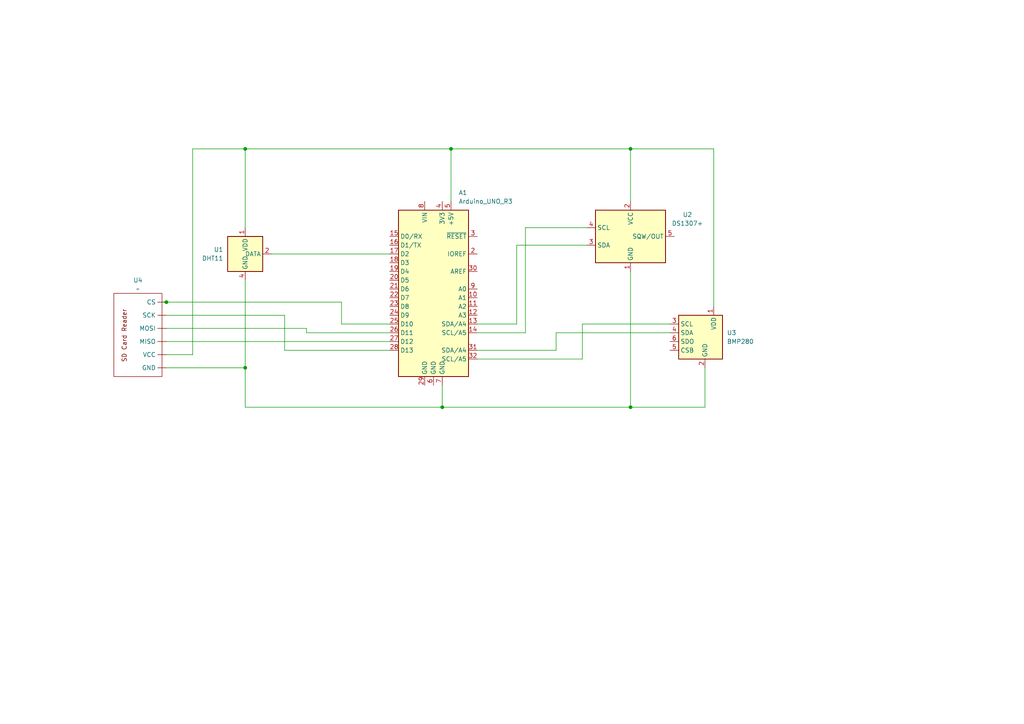
<source format=kicad_sch>
(kicad_sch (version 20231120) (generator "eeschema") (generator_version "8.0")
  (paper "A4")
  (lib_symbols
    (symbol "MCU_Module:Arduino_UNO_R3"
      (property "Reference" "A" (at -10.16 23.495 0))
      (property "Value" "Arduino_UNO_R3" (at 5.08 -26.67 0))
      (symbol "Arduino_UNO_R3_0_1"
        (rectangle (start -10.16 22.86) (end 10.16 -25.4) (stroke (width 0.254)) (fill (type background)))
      )
      (symbol "Arduino_UNO_R3_1_1"
        (pin no_connect line (at -10.16 -20.32 0) (length 2.54) hide (name "NC") (number "1"))
        (pin bidirectional line (at 12.7 -2.54 180) (length 2.54) (name "A1") (number "10"))
        (pin bidirectional line (at 12.7 -5.08 180) (length 2.54) (name "A2") (number "11"))
        (pin bidirectional line (at 12.7 -7.62 180) (length 2.54) (name "A3") (number "12"))
        (pin bidirectional line (at 12.7 -10.16 180) (length 2.54) (name "SDA/A4") (number "13"))
        (pin bidirectional line (at 12.7 -12.7 180) (length 2.54) (name "SCL/A5") (number "14"))
        (pin bidirectional line (at -12.7 15.24 0) (length 2.54) (name "D0/RX") (number "15"))
        (pin bidirectional line (at -12.7 12.7 0) (length 2.54) (name "D1/TX") (number "16"))
        (pin bidirectional line (at -12.7 10.16 0) (length 2.54) (name "D2") (number "17"))
        (pin bidirectional line (at -12.7 7.62 0) (length 2.54) (name "D3") (number "18"))
        (pin bidirectional line (at -12.7 5.08 0) (length 2.54) (name "D4") (number "19"))
        (pin output line (at 12.7 10.16 180) (length 2.54) (name "IOREF") (number "2"))
        (pin bidirectional line (at -12.7 2.54 0) (length 2.54) (name "D5") (number "20"))
        (pin bidirectional line (at -12.7 0 0) (length 2.54) (name "D6") (number "21"))
        (pin bidirectional line (at -12.7 -2.54 0) (length 2.54) (name "D7") (number "22"))
        (pin bidirectional line (at -12.7 -5.08 0) (length 2.54) (name "D8") (number "23"))
        (pin bidirectional line (at -12.7 -7.62 0) (length 2.54) (name "D9") (number "24"))
        (pin bidirectional line (at -12.7 -10.16 0) (length 2.54) (name "D10") (number "25"))
        (pin bidirectional line (at -12.7 -12.7 0) (length 2.54) (name "D11") (number "26"))
        (pin bidirectional line (at -12.7 -15.24 0) (length 2.54) (name "D12") (number "27"))
        (pin bidirectional line (at -12.7 -17.78 0) (length 2.54) (name "D13") (number "28"))
        (pin power_in line (at -2.54 -27.94 90) (length 2.54) (name "GND") (number "29"))
        (pin input line (at 12.7 15.24 180) (length 2.54) (name "~{RESET}") (number "3"))
        (pin input line (at 12.7 5.08 180) (length 2.54) (name "AREF") (number "30"))
        (pin bidirectional line (at 12.7 -17.78 180) (length 2.54) (name "SDA/A4") (number "31"))
        (pin bidirectional line (at 12.7 -20.32 180) (length 2.54) (name "SCL/A5") (number "32"))
        (pin power_out line (at 2.54 25.4 270) (length 2.54) (name "3V3") (number "4"))
        (pin power_out line (at 5.08 25.4 270) (length 2.54) (name "+5V") (number "5"))
        (pin power_in line (at 0 -27.94 90) (length 2.54) (name "GND") (number "6"))
        (pin power_in line (at 2.54 -27.94 90) (length 2.54) (name "GND") (number "7"))
        (pin power_in line (at -2.54 25.4 270) (length 2.54) (name "VIN") (number "8"))
        (pin bidirectional line (at 12.7 0 180) (length 2.54) (name "A0") (number "9"))
      )
    )
    (symbol "SPI SD Card Reader:SPI_SD_Card_Reader"
      (property "Reference" "U" (at 0 7.366 0))
      (symbol "SPI_SD_Card_Reader_0_1"
        (rectangle (start -2.54 3.81) (end 11.43 -20.32))
      )
      (symbol "SPI_SD_Card_Reader_1_1"
        (text "SD Card Reader\n" (at 8.382 -8.128 900) (effects (font (size 1.27 1.27))))
        (pin free line (at -3.81 -17.78 0) (length 2.54) (name "CS") (number ""))
        (pin free line (at -3.81 1.27 0) (length 2.54) (name "GND") (number ""))
        (pin free line (at -3.81 -6.35 0) (length 2.54) (name "MISO") (number ""))
        (pin free line (at -3.81 -10.16 0) (length 2.54) (name "MOSI") (number ""))
        (pin free line (at -3.81 -13.97 0) (length 2.54) (name "SCK") (number ""))
        (pin free line (at -3.81 -2.54 0) (length 2.54) (name "VCC") (number ""))
      )
    )
    (symbol "Sensor:DHT11"
      (property "Reference" "U" (at -3.81 6.35 0))
      (property "Value" "DHT11" (at 3.81 6.35 0))
      (symbol "DHT11_0_1"
        (rectangle (start -5.08 5.08) (end 5.08 -5.08) (stroke (width 0.254)) (fill (type background)))
      )
      (symbol "DHT11_1_1"
        (pin power_in line (at 0 7.62 270) (length 2.54) (name "VDD") (number "1"))
        (pin bidirectional line (at 7.62 0 180) (length 2.54) (name "DATA") (number "2"))
        (pin no_connect line (at -5.08 0 0) (length 2.54) hide (name "NC") (number "3"))
        (pin power_in line (at 0 -7.62 90) (length 2.54) (name "GND") (number "4"))
      )
    )
    (symbol "Sensor_Pressure:BMP280"
      (property "Reference" "U" (at -7.62 10.16 0))
      (property "Value" "BMP280" (at 5.08 10.16 0))
      (symbol "BMP280_0_1"
        (rectangle (start -7.62 -5.08) (end 5.08 7.62) (stroke (width 0.254)) (fill (type background)))
      )
      (symbol "BMP280_1_1"
        (pin power_in line (at 2.54 10.16 270) (length 2.54) (name "VDD") (number "1"))
        (pin power_in line (at 0 -7.62 90) (length 2.54) (name "GND") (number "2"))
        (pin input line (at -10.16 5.08 0) (length 2.54) (name "SCL") (number "3"))
        (pin bidirectional line (at -10.16 2.54 0) (length 2.54) (name "SDA") (number "4"))
        (pin input line (at -10.16 -2.54 0) (length 2.54) (name "CSB") (number "5"))
        (pin bidirectional line (at -10.16 0 0) (length 2.54) (name "SDO") (number "6"))
        (pin power_in line (at 0 10.16 270) (length 2.54) hide (name "VDDIO") (number "6"))
        (pin power_in line (at 2.54 -7.62 90) (length 2.54) hide (name "GND") (number "7"))
      )
    )
    (symbol "Timer_RTC:DS1307+"
      (property "Reference" "U" (at -8.89 8.89 0))
      (property "Value" "DS1307+" (at 1.27 8.89 0))
      (symbol "DS1307+_0_1"
        (rectangle (start -10.16 7.62) (end 10.16 -7.62) (stroke (width 0.254)) (fill (type background)))
      )
      (symbol "DS1307+_1_1"
        (pin power_in line (at 0 -10.16 90) (length 2.54) (name "GND") (number "1"))
        (pin power_in line (at 0 10.16 270) (length 2.54) (name "VCC") (number "2"))
        (pin bidirectional line (at -12.7 -2.54 0) (length 2.54) (name "SDA") (number "3"))
        (pin input line (at -12.7 2.54 0) (length 2.54) (name "SCL") (number "4"))
        (pin open_collector line (at 12.7 0 180) (length 2.54) (name "SQW/OUT") (number "5"))
      )
    )
  )
  (junction (at 71.12 106.68))
  (junction (at 71.12 43.18))
  (junction (at 128.27 118.11))
  (junction (at 130.81 43.18))
  (junction (at 48.26 87.63))
  (junction (at 182.88 43.18))
  (junction (at 182.88 118.11))
  (wire (pts (xy 48.26 87.63) (xy 99.06 87.63)))
  (wire (pts (xy 55.88 43.18) (xy 71.12 43.18)))
  (wire (pts (xy 168.91 104.14) (xy 138.43 104.14)))
  (wire (pts (xy 170.18 71.12) (xy 149.86 71.12)))
  (wire (pts (xy 168.91 93.98) (xy 168.91 104.14)))
  (wire (pts (xy 88.9 95.25) (xy 88.9 96.52)))
  (wire (pts (xy 46.99 87.63) (xy 48.26 87.63)))
  (wire (pts (xy 48.26 95.25) (xy 88.9 95.25)))
  (wire (pts (xy 128.27 118.11) (xy 182.88 118.11)))
  (wire (pts (xy 170.18 66.04) (xy 152.4 66.04)))
  (wire (pts (xy 82.55 91.44) (xy 82.55 101.6)))
  (wire (pts (xy 161.29 101.6) (xy 138.43 101.6)))
  (wire (pts (xy 71.12 106.68) (xy 71.12 118.11)))
  (wire (pts (xy 207.01 88.9) (xy 207.01 43.18)))
  (wire (pts (xy 130.81 43.18) (xy 182.88 43.18)))
  (wire (pts (xy 99.06 87.63) (xy 99.06 93.98)))
  (wire (pts (xy 55.88 102.87) (xy 55.88 43.18)))
  (wire (pts (xy 194.31 93.98) (xy 168.91 93.98)))
  (wire (pts (xy 88.9 96.52) (xy 113.03 96.52)))
  (wire (pts (xy 99.06 93.98) (xy 113.03 93.98)))
  (wire (pts (xy 48.26 102.87) (xy 55.88 102.87)))
  (wire (pts (xy 152.4 96.52) (xy 138.43 96.52)))
  (wire (pts (xy 48.26 91.44) (xy 82.55 91.44)))
  (wire (pts (xy 204.47 118.11) (xy 182.88 118.11)))
  (wire (pts (xy 71.12 81.28) (xy 71.12 106.68)))
  (wire (pts (xy 128.27 118.11) (xy 128.27 111.76)))
  (wire (pts (xy 161.29 96.52) (xy 161.29 101.6)))
  (wire (pts (xy 204.47 106.68) (xy 204.47 118.11)))
  (wire (pts (xy 71.12 118.11) (xy 128.27 118.11)))
  (wire (pts (xy 182.88 78.74) (xy 182.88 118.11)))
  (wire (pts (xy 130.81 43.18) (xy 130.81 58.42)))
  (wire (pts (xy 48.26 106.68) (xy 71.12 106.68)))
  (wire (pts (xy 71.12 43.18) (xy 130.81 43.18)))
  (wire (pts (xy 71.12 66.04) (xy 71.12 43.18)))
  (wire (pts (xy 82.55 101.6) (xy 113.03 101.6)))
  (wire (pts (xy 149.86 71.12) (xy 149.86 93.98)))
  (wire (pts (xy 207.01 43.18) (xy 182.88 43.18)))
  (wire (pts (xy 182.88 58.42) (xy 182.88 43.18)))
  (wire (pts (xy 194.31 96.52) (xy 161.29 96.52)))
  (wire (pts (xy 78.74 73.66) (xy 113.03 73.66)))
  (wire (pts (xy 149.86 93.98) (xy 138.43 93.98)))
  (wire (pts (xy 48.26 99.06) (xy 113.03 99.06)))
  (wire (pts (xy 152.4 66.04) (xy 152.4 96.52)))
  (symbol (lib_id "MCU_Module:Arduino_UNO_R3") (at 125.73 83.82 0) (unit 1)
    (property "Reference" "A1" (at 133.0041 55.88 0) (effects (justify left)))
    (property "Value" "Arduino_UNO_R3" (at 133.0041 58.42 0) (effects (justify left)))
    (property "Footprint" "Module:Arduino_UNO_R3" (effects (hide yes)))
    (property "Datasheet" "https://www.arduino.cc/en/Main/arduinoBoardUno" (effects (hide yes)))
    (property "Description" "Arduino UNO Microcontroller Module, release 3" (effects (hide yes)))
  )
  (symbol (lib_id "Sensor:DHT11") (at 71.12 73.66 0) (unit 1)
    (property "Reference" "U1" (at 64.77 72.3899 0) (effects (justify right)))
    (property "Value" "DHT11" (at 64.77 74.9299 0) (effects (justify right)))
    (property "Footprint" "Sensor:Aosong_DHT11_5.5x12.0_P2.54mm" (effects (hide yes)))
    (property "Datasheet" "http://akizukidenshi.com/download/ds/aosong/DHT11.pdf" (effects (hide yes)))
    (property "Description" "3.3V to 5.5V, temperature and humidity module, DHT11" (effects (hide yes)))
  )
  (symbol (lib_id "Sensor_Pressure:BMP280") (at 204.47 99.06 0) (unit 1)
    (property "Reference" "U3" (at 210.82 96.5199 0) (effects (justify left)))
    (property "Value" "BMP280" (at 210.82 99.0599 0) (effects (justify left)))
    (property "Footprint" "Package_LGA:Bosch_LGA-8_2x2.5mm_P0.65mm_ClockwisePinNumbering" (effects (hide yes)))
    (property "Datasheet" "https://ae-bst.resource.bosch.com/media/_tech/media/datasheets/BST-BMP280-DS001.pdf" (effects (hide yes)))
    (property "Description" "Absolute Barometric Pressure Sensor, LGA-8" (effects (hide yes)))
  )
  (symbol (lib_id "Timer_RTC:DS1307+") (at 182.88 68.58 0) (unit 1)
    (property "Reference" "U2" (at 199.39 62.2614 0))
    (property "Value" "DS1307+" (at 199.39 64.8014 0))
    (property "Footprint" "Package_DIP:DIP-8_W7.62mm" (effects (hide yes)))
    (property "Datasheet" "https://datasheets.maximintegrated.com/en/ds/DS1307.pdf" (effects (hide yes)))
    (property "Description" "64 x 8, Serial, I2C Real-time clock, 4.5V to 5.5V VCC, 0°C to +70°C, DIP-8" (effects (hide yes)))
  )
  (symbol (lib_id "SPI SD Card Reader:SPI_SD_Card_Reader") (at 44.45 105.41 180) (unit 1)
    (property "Reference" "U4" (at 40.005 81.28 0))
    (property "Value" "~" (at 40.005 83.82 0))
  )
)
</source>
